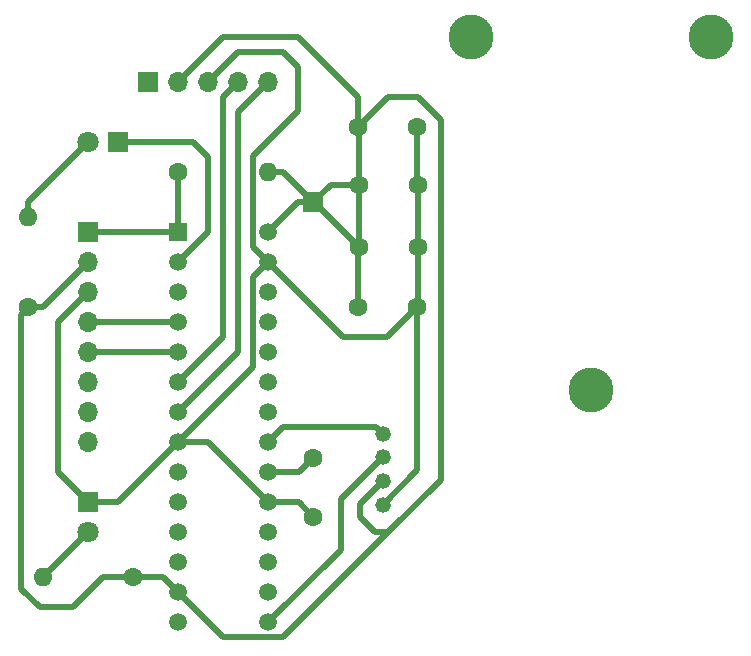
<source format=gbr>
%TF.GenerationSoftware,KiCad,Pcbnew,7.0.10-7.0.10~ubuntu23.04.1*%
%TF.CreationDate,2024-04-20T16:35:45-05:00*%
%TF.ProjectId,GPS-MINPOINT,4750532d-4d49-44e5-904f-494e542e6b69,V001*%
%TF.SameCoordinates,Original*%
%TF.FileFunction,Copper,L1,Top*%
%TF.FilePolarity,Positive*%
%FSLAX46Y46*%
G04 Gerber Fmt 4.6, Leading zero omitted, Abs format (unit mm)*
G04 Created by KiCad (PCBNEW 7.0.10-7.0.10~ubuntu23.04.1) date 2024-04-20 16:35:45*
%MOMM*%
%LPD*%
G01*
G04 APERTURE LIST*
%TA.AperFunction,ComponentPad*%
%ADD10C,3.800000*%
%TD*%
%TA.AperFunction,ComponentPad*%
%ADD11R,1.498600X1.498600*%
%TD*%
%TA.AperFunction,ComponentPad*%
%ADD12C,1.498600*%
%TD*%
%TA.AperFunction,ComponentPad*%
%ADD13C,1.320800*%
%TD*%
%TA.AperFunction,ComponentPad*%
%ADD14C,1.600000*%
%TD*%
%TA.AperFunction,ComponentPad*%
%ADD15O,1.600000X1.600000*%
%TD*%
%TA.AperFunction,ComponentPad*%
%ADD16R,1.700000X1.700000*%
%TD*%
%TA.AperFunction,ComponentPad*%
%ADD17O,1.700000X1.700000*%
%TD*%
%TA.AperFunction,ComponentPad*%
%ADD18R,1.800000X1.800000*%
%TD*%
%TA.AperFunction,ComponentPad*%
%ADD19C,1.800000*%
%TD*%
%TA.AperFunction,Conductor*%
%ADD20C,0.500000*%
%TD*%
G04 APERTURE END LIST*
D10*
%TO.P,,1*%
%TO.N,N/C*%
X167640000Y-81915000D03*
%TD*%
%TO.P,REF\u002A\u002A,1*%
%TO.N,N/C*%
X167640000Y-81915000D03*
%TD*%
%TO.P,,1*%
%TO.N,N/C*%
X187960000Y-81915000D03*
%TD*%
%TO.P,REF\u002A\u002A,1*%
%TO.N,N/C*%
X187960000Y-81915000D03*
%TD*%
%TO.P,REF\u002A\u002A,1*%
%TO.N,N/C*%
X177800000Y-111760000D03*
%TD*%
D11*
%TO.P,U2,1*%
%TO.N,Net-(J3-Pin_1)*%
X142875000Y-98425000D03*
D12*
%TO.P,U2,2*%
%TO.N,Net-(D1-K)*%
X142875000Y-100965000D03*
%TO.P,U2,3*%
%TO.N,unconnected-(U2-Pad3)*%
X142875000Y-103505000D03*
%TO.P,U2,4*%
%TO.N,Net-(J3-Pin_4)*%
X142875000Y-106045000D03*
%TO.P,U2,5*%
%TO.N,Net-(J3-Pin_5)*%
X142875000Y-108585000D03*
%TO.P,U2,6*%
%TO.N,Net-(J2-SDA)*%
X142875000Y-111125000D03*
%TO.P,U2,7*%
%TO.N,Net-(J2-SCL)*%
X142875000Y-113665000D03*
%TO.P,U2,8*%
%TO.N,Net-(D2-K)*%
X142875000Y-116205000D03*
%TO.P,U2,9*%
%TO.N,unconnected-(U2-Pad9)*%
X142875000Y-118745000D03*
%TO.P,U2,10*%
%TO.N,unconnected-(U2-Pad10)*%
X142875000Y-121285000D03*
%TO.P,U2,11*%
%TO.N,unconnected-(U2-Pad11)*%
X142875000Y-123825000D03*
%TO.P,U2,12*%
%TO.N,unconnected-(U2-Pad12)*%
X142875000Y-126365000D03*
%TO.P,U2,13*%
%TO.N,Net-(J1-VCC)*%
X142875000Y-128905000D03*
%TO.P,U2,14*%
%TO.N,unconnected-(U2-Pad14)*%
X142875000Y-131445000D03*
%TO.P,U2,15*%
%TO.N,Net-(J1-RX)*%
X150495000Y-131445000D03*
%TO.P,U2,16*%
%TO.N,unconnected-(U2-Pad16)*%
X150495000Y-128905000D03*
%TO.P,U2,17*%
%TO.N,unconnected-(U2-Pad17)*%
X150495000Y-126365000D03*
%TO.P,U2,18*%
%TO.N,unconnected-(U2-Pad18)*%
X150495000Y-123825000D03*
%TO.P,U2,19*%
%TO.N,Net-(D2-K)*%
X150495000Y-121285000D03*
%TO.P,U2,20*%
%TO.N,Net-(C4-Pad1)*%
X150495000Y-118745000D03*
%TO.P,U2,21*%
%TO.N,Net-(J1-TX)*%
X150495000Y-116205000D03*
%TO.P,U2,22*%
%TO.N,unconnected-(U2-Pad22)*%
X150495000Y-113665000D03*
%TO.P,U2,23*%
%TO.N,unconnected-(U2-Pad23)*%
X150495000Y-111125000D03*
%TO.P,U2,24*%
%TO.N,unconnected-(U2-Pad24)*%
X150495000Y-108585000D03*
%TO.P,U2,25*%
%TO.N,unconnected-(U2-Pad25)*%
X150495000Y-106045000D03*
%TO.P,U2,26*%
%TO.N,unconnected-(U2-Pad26)*%
X150495000Y-103505000D03*
%TO.P,U2,27*%
%TO.N,Net-(D2-K)*%
X150495000Y-100965000D03*
%TO.P,U2,28*%
%TO.N,Net-(J1-VCC)*%
X150495000Y-98425000D03*
%TD*%
D13*
%TO.P,J1,1,GND*%
%TO.N,Net-(D2-K)*%
X160180601Y-121475000D03*
%TO.P,J1,2,VCC*%
%TO.N,Net-(J1-VCC)*%
X160180601Y-119475001D03*
%TO.P,J1,3,RX*%
%TO.N,Net-(J1-RX)*%
X160180601Y-117475000D03*
%TO.P,J1,4,TX*%
%TO.N,Net-(J1-TX)*%
X160180601Y-115475002D03*
%TD*%
D14*
%TO.P,R3,1*%
%TO.N,Net-(J3-Pin_1)*%
X142875000Y-93345000D03*
D15*
%TO.P,R3,2*%
%TO.N,Net-(J1-VCC)*%
X150495000Y-93345000D03*
%TD*%
D14*
%TO.P,R2,1*%
%TO.N,Net-(J1-VCC)*%
X139065000Y-127635000D03*
D15*
%TO.P,R2,2*%
%TO.N,Net-(D2-A)*%
X131445000Y-127635000D03*
%TD*%
D14*
%TO.P,R1,1*%
%TO.N,Net-(J1-VCC)*%
X130175000Y-104775000D03*
D15*
%TO.P,R1,2*%
%TO.N,Net-(D1-A)*%
X130175000Y-97155000D03*
%TD*%
D16*
%TO.P,J4,1,Pin_1*%
%TO.N,Net-(J1-VCC)*%
X154305000Y-95885000D03*
%TD*%
%TO.P,J3,1,Pin_1*%
%TO.N,Net-(J3-Pin_1)*%
X135255000Y-98425000D03*
D17*
%TO.P,J3,2,Pin_2*%
%TO.N,Net-(J1-VCC)*%
X135255000Y-100965000D03*
%TO.P,J3,3,Pin_3*%
%TO.N,Net-(D2-K)*%
X135255000Y-103505000D03*
%TO.P,J3,4,Pin_4*%
%TO.N,Net-(J3-Pin_4)*%
X135255000Y-106045000D03*
%TO.P,J3,5,Pin_5*%
%TO.N,Net-(J3-Pin_5)*%
X135255000Y-108585000D03*
%TO.P,J3,6,Pin_6*%
%TO.N,unconnected-(J3-Pin_6-Pad6)*%
X135255000Y-111125000D03*
%TO.P,J3,7,Pin_7*%
%TO.N,unconnected-(J3-Pin_7-Pad7)*%
X135255000Y-113665000D03*
%TO.P,J3,8,Pin_8*%
%TO.N,unconnected-(J3-Pin_8-Pad8)*%
X135255000Y-116205000D03*
%TD*%
D14*
%TO.P,C5,1*%
%TO.N,Net-(J1-VCC)*%
X158115000Y-104775000D03*
%TO.P,C5,2*%
%TO.N,Net-(D2-K)*%
X163115000Y-104775000D03*
%TD*%
%TO.P,C4,2*%
%TO.N,Net-(D2-K)*%
X154305000Y-122515000D03*
%TO.P,C4,1*%
%TO.N,Net-(C4-Pad1)*%
X154305000Y-117515000D03*
%TD*%
%TO.P,C3,1*%
%TO.N,Net-(J1-VCC)*%
X158155000Y-99695000D03*
%TO.P,C3,2*%
%TO.N,Net-(D2-K)*%
X163155000Y-99695000D03*
%TD*%
%TO.P,C2,1*%
%TO.N,Net-(J1-VCC)*%
X158155000Y-94375000D03*
%TO.P,C2,2*%
%TO.N,Net-(D2-K)*%
X163155000Y-94375000D03*
%TD*%
%TO.P,C1,1*%
%TO.N,Net-(J1-VCC)*%
X158115000Y-89535000D03*
%TO.P,C1,2*%
%TO.N,Net-(D2-K)*%
X163115000Y-89535000D03*
%TD*%
D18*
%TO.P,D2,1,K*%
%TO.N,Net-(D2-K)*%
X135255000Y-121285000D03*
D19*
%TO.P,D2,2,A*%
%TO.N,Net-(D2-A)*%
X135255000Y-123825000D03*
%TD*%
D16*
%TO.P,J2,1,XRESET*%
%TO.N,unconnected-(J2-XRESET-Pad1)*%
X140335000Y-85725000D03*
D17*
%TO.P,J2,2,VDD*%
%TO.N,Net-(J1-VCC)*%
X142875000Y-85725000D03*
%TO.P,J2,3,GND*%
%TO.N,Net-(D2-K)*%
X145415000Y-85725000D03*
%TO.P,J2,4,SDA*%
%TO.N,Net-(J2-SDA)*%
X147955000Y-85725000D03*
%TO.P,J2,5,SCL*%
%TO.N,Net-(J2-SCL)*%
X150495000Y-85725000D03*
%TD*%
D18*
%TO.P,D1,1,K*%
%TO.N,Net-(D1-K)*%
X137795000Y-90805000D03*
D19*
%TO.P,D1,2,A*%
%TO.N,Net-(D1-A)*%
X135255000Y-90805000D03*
%TD*%
D20*
%TO.N,Net-(D2-K)*%
X150495000Y-121285000D02*
X145415000Y-116205000D01*
X145415000Y-116205000D02*
X142875000Y-116205000D01*
%TO.N,Net-(J1-VCC)*%
X130175000Y-104775000D02*
X129540000Y-105410000D01*
X129540000Y-105410000D02*
X129540000Y-128590991D01*
X133985000Y-130175000D02*
X136525000Y-127635000D01*
X129540000Y-128590991D02*
X131124009Y-130175000D01*
X131124009Y-130175000D02*
X133985000Y-130175000D01*
X136525000Y-127635000D02*
X139065000Y-127635000D01*
X160655000Y-123825000D02*
X165100000Y-119380000D01*
X165100000Y-119380000D02*
X165100000Y-88900000D01*
X163195000Y-86995000D02*
X160655000Y-86995000D01*
X165100000Y-88900000D02*
X163195000Y-86995000D01*
X160655000Y-86995000D02*
X158115000Y-89535000D01*
X142875000Y-128905000D02*
X146685000Y-132715000D01*
X146685000Y-132715000D02*
X151765000Y-132715000D01*
X151765000Y-132715000D02*
X160655000Y-123825000D01*
X139065000Y-127635000D02*
X141605000Y-127635000D01*
X141605000Y-127635000D02*
X142875000Y-128905000D01*
%TO.N,Net-(D2-A)*%
X131445000Y-127635000D02*
X135255000Y-123825000D01*
%TO.N,Net-(J1-VCC)*%
X130175000Y-104775000D02*
X131445000Y-104775000D01*
X131445000Y-104775000D02*
X135255000Y-100965000D01*
%TO.N,Net-(D1-A)*%
X135255000Y-90805000D02*
X130175000Y-95885000D01*
X130175000Y-95885000D02*
X130175000Y-97155000D01*
%TO.N,Net-(D1-K)*%
X144145000Y-90805000D02*
X145415000Y-92075000D01*
X137795000Y-90805000D02*
X144145000Y-90805000D01*
X145415000Y-92075000D02*
X145415000Y-98425000D01*
X145415000Y-98425000D02*
X142875000Y-100965000D01*
%TO.N,Net-(D2-K)*%
X132715000Y-106045000D02*
X132715000Y-118745000D01*
X135255000Y-103505000D02*
X132715000Y-106045000D01*
X132715000Y-118745000D02*
X135255000Y-121285000D01*
X135255000Y-121285000D02*
X137795000Y-121285000D01*
X137795000Y-121285000D02*
X142875000Y-116205000D01*
X142875000Y-116205000D02*
X149225000Y-109855000D01*
X149225000Y-109855000D02*
X149225000Y-102235000D01*
X149225000Y-102235000D02*
X150495000Y-100965000D01*
%TO.N,Net-(J3-Pin_5)*%
X135255000Y-108585000D02*
X142875000Y-108585000D01*
%TO.N,Net-(J3-Pin_4)*%
X135255000Y-106045000D02*
X142875000Y-106045000D01*
%TO.N,Net-(J1-VCC)*%
X158242801Y-122555000D02*
X158242801Y-121412801D01*
X160655000Y-123825000D02*
X159512801Y-123825000D01*
X158242801Y-121412801D02*
X160180601Y-119475001D01*
X159512801Y-123825000D02*
X158242801Y-122555000D01*
%TO.N,Net-(J1-TX)*%
X150495000Y-116205000D02*
X151765000Y-114935000D01*
X151765000Y-114935000D02*
X159640599Y-114935000D01*
X159640599Y-114935000D02*
X160180601Y-115475002D01*
%TO.N,Net-(J1-RX)*%
X160180601Y-117475000D02*
X156658604Y-120996997D01*
X156658604Y-120996997D02*
X156658604Y-125281396D01*
X156658604Y-125281396D02*
X150495000Y-131445000D01*
%TO.N,Net-(D2-K)*%
X163115000Y-104775000D02*
X163115000Y-118540601D01*
X163115000Y-118540601D02*
X160180601Y-121475000D01*
X150495000Y-121285000D02*
X153075000Y-121285000D01*
X153075000Y-121285000D02*
X154305000Y-122515000D01*
%TO.N,Net-(C4-Pad1)*%
X150495000Y-118745000D02*
X153075000Y-118745000D01*
X153075000Y-118745000D02*
X154305000Y-117515000D01*
%TO.N,Net-(D2-K)*%
X150495000Y-100965000D02*
X156845000Y-107315000D01*
X156845000Y-107315000D02*
X160575000Y-107315000D01*
X160575000Y-107315000D02*
X163115000Y-104775000D01*
%TO.N,Net-(J1-VCC)*%
X158115000Y-89535000D02*
X158115000Y-86995000D01*
X146685000Y-81915000D02*
X142875000Y-85725000D01*
X158115000Y-86995000D02*
X153035000Y-81915000D01*
X153035000Y-81915000D02*
X146685000Y-81915000D01*
X158155000Y-99695000D02*
X154345000Y-95885000D01*
X154345000Y-95885000D02*
X154305000Y-95885000D01*
X158155000Y-94375000D02*
X155815000Y-94375000D01*
X155815000Y-94375000D02*
X154305000Y-95885000D01*
X150495000Y-98425000D02*
X153035000Y-95885000D01*
X153035000Y-95885000D02*
X154305000Y-95885000D01*
X150495000Y-93345000D02*
X151765000Y-93345000D01*
X151765000Y-93345000D02*
X154305000Y-95885000D01*
%TO.N,Net-(D2-K)*%
X163155000Y-99695000D02*
X163155000Y-104735000D01*
X163155000Y-104735000D02*
X163115000Y-104775000D01*
X163155000Y-94375000D02*
X163155000Y-99695000D01*
X163115000Y-89535000D02*
X163115000Y-94335000D01*
X163115000Y-94335000D02*
X163155000Y-94375000D01*
%TO.N,Net-(J1-VCC)*%
X158155000Y-94375000D02*
X158155000Y-89575000D01*
X158155000Y-89575000D02*
X158115000Y-89535000D01*
X158155000Y-99695000D02*
X158155000Y-94375000D01*
X158115000Y-104775000D02*
X158115000Y-99735000D01*
X158115000Y-99735000D02*
X158155000Y-99695000D01*
%TO.N,Net-(D2-K)*%
X145415000Y-85725000D02*
X147955000Y-83185000D01*
X147955000Y-83185000D02*
X151765000Y-83185000D01*
X151765000Y-83185000D02*
X153035000Y-84455000D01*
X153035000Y-88104504D02*
X149225000Y-91914504D01*
X153035000Y-84455000D02*
X153035000Y-88104504D01*
X149225000Y-91914504D02*
X149225000Y-99695000D01*
X149225000Y-99695000D02*
X150495000Y-100965000D01*
%TO.N,Net-(J2-SDA)*%
X147955000Y-85725000D02*
X146685000Y-86995000D01*
X146685000Y-86995000D02*
X146685000Y-107315000D01*
X146685000Y-107315000D02*
X142875000Y-111125000D01*
%TO.N,Net-(J3-Pin_1)*%
X142875000Y-98425000D02*
X135255000Y-98425000D01*
X142875000Y-98425000D02*
X142875000Y-93345000D01*
%TO.N,Net-(J2-SCL)*%
X150495000Y-85725000D02*
X147955000Y-88265000D01*
X147955000Y-88265000D02*
X147955000Y-108585000D01*
X147955000Y-108585000D02*
X142875000Y-113665000D01*
%TD*%
M02*

</source>
